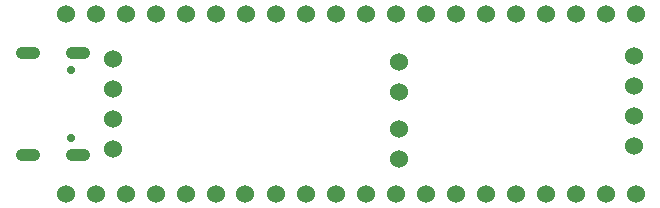
<source format=gbs>
G04 #@! TF.GenerationSoftware,KiCad,Pcbnew,(6.0.7-1)-1*
G04 #@! TF.CreationDate,2023-01-30T10:05:39-05:00*
G04 #@! TF.ProjectId,F405_pill,46343035-5f70-4696-9c6c-2e6b69636164,rev?*
G04 #@! TF.SameCoordinates,Original*
G04 #@! TF.FileFunction,Soldermask,Bot*
G04 #@! TF.FilePolarity,Negative*
%FSLAX46Y46*%
G04 Gerber Fmt 4.6, Leading zero omitted, Abs format (unit mm)*
G04 Created by KiCad (PCBNEW (6.0.7-1)-1) date 2023-01-30 10:05:39*
%MOMM*%
%LPD*%
G01*
G04 APERTURE LIST*
%ADD10C,1.524000*%
%ADD11C,0.700000*%
%ADD12O,2.100000X1.050000*%
G04 APERTURE END LIST*
D10*
X146982000Y-88222000D03*
X146982000Y-85682000D03*
X146982000Y-83142000D03*
X146982000Y-80602000D03*
X127090000Y-81120000D03*
X127090000Y-83660000D03*
D11*
X99350000Y-81810000D03*
X99350000Y-87590000D03*
D12*
X99880000Y-80380000D03*
X99880000Y-89020000D03*
X95700000Y-80380000D03*
X95700000Y-89020000D03*
D10*
X127090000Y-89310000D03*
X127090000Y-86770000D03*
X147147000Y-77057000D03*
X144607000Y-77057000D03*
X142067000Y-77057000D03*
X139527000Y-77057000D03*
X136987000Y-77057000D03*
X134447000Y-77057000D03*
X131907000Y-77057000D03*
X129367000Y-77057000D03*
X126827000Y-77057000D03*
X124287000Y-77057000D03*
X121747000Y-77057000D03*
X119207000Y-77057000D03*
X116667000Y-77057000D03*
X114127000Y-77057000D03*
X111587000Y-77057000D03*
X109047000Y-77057000D03*
X106507000Y-77057000D03*
X103967000Y-77057000D03*
X101427000Y-77057000D03*
X98887000Y-77057000D03*
X98887000Y-92297000D03*
X101427000Y-92297000D03*
X103967000Y-92297000D03*
X106507000Y-92297000D03*
X109047000Y-92297000D03*
X111587000Y-92297000D03*
X114103395Y-92306993D03*
X116667000Y-92297000D03*
X119207000Y-92297000D03*
X121747000Y-92297000D03*
X124287000Y-92297000D03*
X126827000Y-92297000D03*
X129367000Y-92297000D03*
X131907000Y-92297000D03*
X134447000Y-92297000D03*
X136987000Y-92297000D03*
X139527000Y-92297000D03*
X142067000Y-92297000D03*
X144607000Y-92297000D03*
X147147000Y-92297000D03*
X102882000Y-80860000D03*
X102882000Y-83400000D03*
X102882000Y-85940000D03*
X102882000Y-88480000D03*
M02*

</source>
